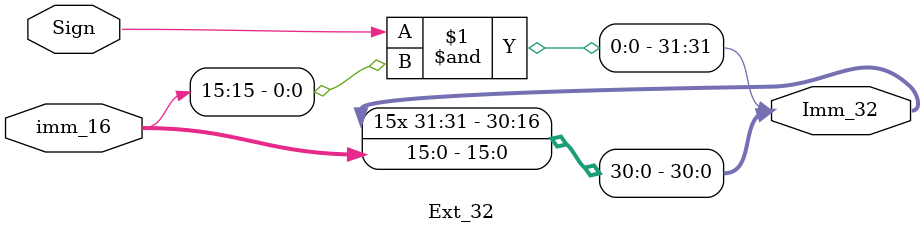
<source format=v>
`timescale 1ns / 1ps
module Ext_32(
	input [15:0] imm_16,
	input Sign,
	output[31:0] Imm_32
    );
	assign Imm_32 = {{16{Sign & imm_16[15]}}, imm_16[15:0]};

endmodule

</source>
